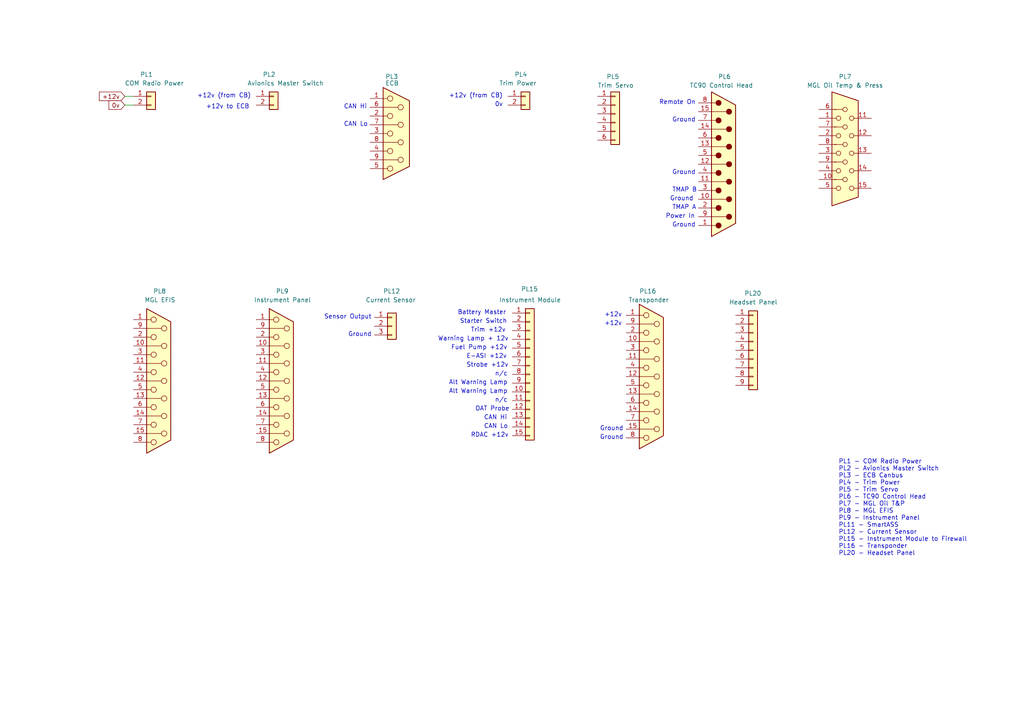
<source format=kicad_sch>
(kicad_sch (version 20211123) (generator eeschema)
  (paper "A4")
  (title_block (title "Connectors - Logical Connections") (date "2022-12-26") (rev "0"))
  (lib_symbols
    (symbol "Connector:DB15_Female" (pin_names (offset 1.016) hide)
      (property "Reference" "J" (at 0.508 21.59 0))
      (property "Value" "DB15_Female" (at 0 -22.225 0))
      (symbol "DB15_Female_0_1"
        (circle (center -1.778 -17.78) (radius 0.762))
        (circle (center -1.778 -12.7) (radius 0.762))
        (circle (center -1.778 -7.62) (radius 0.762))
        (circle (center -1.778 -2.54) (radius 0.762))
        (circle (center -1.778 2.54) (radius 0.762))
        (circle (center -1.778 7.62) (radius 0.762))
        (circle (center -1.778 12.7) (radius 0.762))
        (circle (center -1.778 17.78) (radius 0.762))
        (polyline (pts (xy -3.81 -17.78) (xy -2.54 -17.78)))
        (polyline (pts (xy -3.81 -15.24) (xy 0.508 -15.24)))
        (polyline (pts (xy -3.81 -12.7) (xy -2.54 -12.7)))
        (polyline (pts (xy -3.81 -10.16) (xy 0.508 -10.16)))
        (polyline (pts (xy -3.81 -7.62) (xy -2.54 -7.62)))
        (polyline (pts (xy -3.81 -5.08) (xy 0.508 -5.08)))
        (polyline (pts (xy -3.81 -2.54) (xy -2.54 -2.54)))
        (polyline (pts (xy -3.81 0) (xy 0.508 0)))
        (polyline (pts (xy -3.81 2.54) (xy -2.54 2.54)))
        (polyline (pts (xy -3.81 5.08) (xy 0.508 5.08)))
        (polyline (pts (xy -3.81 7.62) (xy -2.54 7.62)))
        (polyline (pts (xy -3.81 10.16) (xy 0.508 10.16)))
        (polyline (pts (xy -3.81 12.7) (xy -2.54 12.7)))
        (polyline (pts (xy -3.81 15.24) (xy 0.508 15.24)))
        (polyline (pts (xy -3.81 17.78) (xy -2.54 17.78)))
        (polyline (pts (xy -3.81 20.955) (xy 3.175 17.145) (xy 3.175 -17.145) (xy -3.81 -20.955) (xy -3.81 20.955)) (stroke (width 0.254)) (fill (type background)))
        (circle (center 1.27 -15.24) (radius 0.762))
        (circle (center 1.27 -10.16) (radius 0.762))
        (circle (center 1.27 -5.08) (radius 0.762))
        (circle (center 1.27 0) (radius 0.762))
        (circle (center 1.27 5.08) (radius 0.762))
        (circle (center 1.27 10.16) (radius 0.762))
        (circle (center 1.27 15.24) (radius 0.762))
      )
      (symbol "DB15_Female_1_1"
        (pin passive line (at -7.62 17.78 0) (length 3.81) (name "1") (number "1"))
        (pin passive line (at -7.62 10.16 0) (length 3.81) (name "P10") (number "10"))
        (pin passive line (at -7.62 5.08 0) (length 3.81) (name "P111") (number "11"))
        (pin passive line (at -7.62 0 0) (length 3.81) (name "P12") (number "12"))
        (pin passive line (at -7.62 -5.08 0) (length 3.81) (name "P13") (number "13"))
        (pin passive line (at -7.62 -10.16 0) (length 3.81) (name "P14") (number "14"))
        (pin passive line (at -7.62 -15.24 0) (length 3.81) (name "P15") (number "15"))
        (pin passive line (at -7.62 12.7 0) (length 3.81) (name "2") (number "2"))
        (pin passive line (at -7.62 7.62 0) (length 3.81) (name "3") (number "3"))
        (pin passive line (at -7.62 2.54 0) (length 3.81) (name "4") (number "4"))
        (pin passive line (at -7.62 -2.54 0) (length 3.81) (name "5") (number "5"))
        (pin passive line (at -7.62 -7.62 0) (length 3.81) (name "6") (number "6"))
        (pin passive line (at -7.62 -12.7 0) (length 3.81) (name "7") (number "7"))
        (pin passive line (at -7.62 -17.78 0) (length 3.81) (name "8") (number "8"))
        (pin passive line (at -7.62 15.24 0) (length 3.81) (name "P9") (number "9"))
      )
    )
    (symbol "Connector:DB15_Female_HighDensity" (pin_names (offset 1.016) hide)
      (property "Reference" "J" (at 0 21.59 0))
      (property "Value" "DB15_Female_HighDensity" (at 0 19.05 0))
      (symbol "DB15_Female_HighDensity_0_1"
        (circle (center -1.905 -10.16) (radius 0.635))
        (circle (center -1.905 -5.08) (radius 0.635))
        (circle (center -1.905 0) (radius 0.635))
        (circle (center -1.905 5.08) (radius 0.635))
        (circle (center -1.905 10.16) (radius 0.635))
        (circle (center 0 -7.62) (radius 0.635))
        (circle (center 0 -2.54) (radius 0.635))
        (polyline (pts (xy -3.175 7.62) (xy -0.635 7.62)))
        (polyline (pts (xy -0.635 -7.62) (xy -3.175 -7.62)))
        (polyline (pts (xy -0.635 -2.54) (xy -3.175 -2.54)))
        (polyline (pts (xy -0.635 2.54) (xy -3.175 2.54)))
        (polyline (pts (xy -0.635 12.7) (xy -3.175 12.7)))
        (polyline (pts (xy -3.81 17.78) (xy -3.81 -15.24) (xy 3.81 -12.7) (xy 3.81 15.24) (xy -3.81 17.78)) (stroke (width 0.254)) (fill (type background)))
        (circle (center 0 2.54) (radius 0.635))
        (circle (center 0 7.62) (radius 0.635))
        (circle (center 0 12.7) (radius 0.635))
        (circle (center 1.905 -10.16) (radius 0.635))
        (circle (center 1.905 -5.08) (radius 0.635))
        (circle (center 1.905 0) (radius 0.635))
        (circle (center 1.905 5.08) (radius 0.635))
        (circle (center 1.905 10.16) (radius 0.635))
      )
      (symbol "DB15_Female_HighDensity_1_1"
        (pin passive line (at -7.62 10.16 0) (length 5.08) (name "~") (number "1"))
        (pin passive line (at -7.62 -7.62 0) (length 5.08) (name "~") (number "10"))
        (pin passive line (at 7.62 10.16 180) (length 5.08) (name "~") (number "11"))
        (pin passive line (at 7.62 5.08 180) (length 5.08) (name "~") (number "12"))
        (pin passive line (at 7.62 0 180) (length 5.08) (name "~") (number "13"))
        (pin passive line (at 7.62 -5.08 180) (length 5.08) (name "~") (number "14"))
        (pin passive line (at 7.62 -10.16 180) (length 5.08) (name "~") (number "15"))
        (pin passive line (at -7.62 5.08 0) (length 5.08) (name "~") (number "2"))
        (pin passive line (at -7.62 0 0) (length 5.08) (name "~") (number "3"))
        (pin passive line (at -7.62 -5.08 0) (length 5.08) (name "~") (number "4"))
        (pin passive line (at -7.62 -10.16 0) (length 5.08) (name "~") (number "5"))
        (pin passive line (at -7.62 12.7 0) (length 5.08) (name "~") (number "6"))
        (pin passive line (at -7.62 7.62 0) (length 5.08) (name "~") (number "7"))
        (pin passive line (at -7.62 2.54 0) (length 5.08) (name "~") (number "8"))
        (pin passive line (at -7.62 -2.54 0) (length 5.08) (name "~") (number "9"))
      )
    )
    (symbol "Connector:DB15_Male" (pin_names (offset 1.016) hide)
      (property "Reference" "J" (at 0.508 21.59 0))
      (property "Value" "DB15_Male" (at 0 -22.225 0))
      (symbol "DB15_Male_0_1"
        (circle (center -1.778 -17.78) (radius 0.762) (fill (type outline)))
        (circle (center -1.778 -12.7) (radius 0.762) (fill (type outline)))
        (circle (center -1.778 -7.62) (radius 0.762) (fill (type outline)))
        (circle (center -1.778 -2.54) (radius 0.762) (fill (type outline)))
        (circle (center -1.778 2.54) (radius 0.762) (fill (type outline)))
        (circle (center -1.778 7.62) (radius 0.762) (fill (type outline)))
        (circle (center -1.778 12.7) (radius 0.762) (fill (type outline)))
        (circle (center -1.778 17.78) (radius 0.762) (fill (type outline)))
        (polyline (pts (xy -3.81 -17.78) (xy -2.54 -17.78)))
        (polyline (pts (xy -3.81 -15.24) (xy 0.508 -15.24)))
        (polyline (pts (xy -3.81 -12.7) (xy -2.54 -12.7)))
        (polyline (pts (xy -3.81 -10.16) (xy 0.508 -10.16)))
        (polyline (pts (xy -3.81 -7.62) (xy -2.54 -7.62)))
        (polyline (pts (xy -3.81 -5.08) (xy 0.508 -5.08)))
        (polyline (pts (xy -3.81 -2.54) (xy -2.54 -2.54)))
        (polyline (pts (xy -3.81 0) (xy 0.508 0)))
        (polyline (pts (xy -3.81 2.54) (xy -2.54 2.54)))
        (polyline (pts (xy -3.81 5.08) (xy 0.508 5.08)))
        (polyline (pts (xy -3.81 7.62) (xy -2.54 7.62)))
        (polyline (pts (xy -3.81 10.16) (xy 0.508 10.16)))
        (polyline (pts (xy -3.81 12.7) (xy -2.54 12.7)))
        (polyline (pts (xy -3.81 15.24) (xy 0.508 15.24)))
        (polyline (pts (xy -3.81 17.78) (xy -2.54 17.78)))
        (polyline (pts (xy -3.81 -20.955) (xy 3.175 -17.145) (xy 3.175 17.145) (xy -3.81 20.955) (xy -3.81 -20.955)) (stroke (width 0.254)) (fill (type background)))
        (circle (center 1.27 -15.24) (radius 0.762) (fill (type outline)))
        (circle (center 1.27 -10.16) (radius 0.762) (fill (type outline)))
        (circle (center 1.27 -5.08) (radius 0.762) (fill (type outline)))
        (circle (center 1.27 0) (radius 0.762) (fill (type outline)))
        (circle (center 1.27 5.08) (radius 0.762) (fill (type outline)))
        (circle (center 1.27 10.16) (radius 0.762) (fill (type outline)))
        (circle (center 1.27 15.24) (radius 0.762) (fill (type outline)))
      )
      (symbol "DB15_Male_1_1"
        (pin passive line (at -7.62 -17.78 0) (length 3.81) (name "1") (number "1"))
        (pin passive line (at -7.62 -10.16 0) (length 3.81) (name "P10") (number "10"))
        (pin passive line (at -7.62 -5.08 0) (length 3.81) (name "P111") (number "11"))
        (pin passive line (at -7.62 0 0) (length 3.81) (name "P12") (number "12"))
        (pin passive line (at -7.62 5.08 0) (length 3.81) (name "P13") (number "13"))
        (pin passive line (at -7.62 10.16 0) (length 3.81) (name "P14") (number "14"))
        (pin passive line (at -7.62 15.24 0) (length 3.81) (name "P15") (number "15"))
        (pin passive line (at -7.62 -12.7 0) (length 3.81) (name "2") (number "2"))
        (pin passive line (at -7.62 -7.62 0) (length 3.81) (name "3") (number "3"))
        (pin passive line (at -7.62 -2.54 0) (length 3.81) (name "4") (number "4"))
        (pin passive line (at -7.62 2.54 0) (length 3.81) (name "5") (number "5"))
        (pin passive line (at -7.62 7.62 0) (length 3.81) (name "6") (number "6"))
        (pin passive line (at -7.62 12.7 0) (length 3.81) (name "7") (number "7"))
        (pin passive line (at -7.62 17.78 0) (length 3.81) (name "8") (number "8"))
        (pin passive line (at -7.62 -15.24 0) (length 3.81) (name "P9") (number "9"))
      )
    )
    (symbol "Connector:DB9_Female" (pin_names (offset 1.016) hide)
      (property "Reference" "J" (at 0 13.97 0))
      (property "Value" "DB9_Female" (at 0 -14.605 0))
      (symbol "DB9_Female_0_1"
        (circle (center -1.778 -10.16) (radius 0.762))
        (circle (center -1.778 -5.08) (radius 0.762))
        (circle (center -1.778 0) (radius 0.762))
        (circle (center -1.778 5.08) (radius 0.762))
        (circle (center -1.778 10.16) (radius 0.762))
        (polyline (pts (xy -3.81 -10.16) (xy -2.54 -10.16)))
        (polyline (pts (xy -3.81 -7.62) (xy 0.508 -7.62)))
        (polyline (pts (xy -3.81 -5.08) (xy -2.54 -5.08)))
        (polyline (pts (xy -3.81 -2.54) (xy 0.508 -2.54)))
        (polyline (pts (xy -3.81 0) (xy -2.54 0)))
        (polyline (pts (xy -3.81 2.54) (xy 0.508 2.54)))
        (polyline (pts (xy -3.81 5.08) (xy -2.54 5.08)))
        (polyline (pts (xy -3.81 7.62) (xy 0.508 7.62)))
        (polyline (pts (xy -3.81 10.16) (xy -2.54 10.16)))
        (polyline (pts (xy -3.81 13.335) (xy -3.81 -13.335) (xy 3.81 -9.525) (xy 3.81 9.525) (xy -3.81 13.335)) (stroke (width 0.254)) (fill (type background)))
        (circle (center 1.27 -7.62) (radius 0.762))
        (circle (center 1.27 -2.54) (radius 0.762))
        (circle (center 1.27 2.54) (radius 0.762))
        (circle (center 1.27 7.62) (radius 0.762))
      )
      (symbol "DB9_Female_1_1"
        (pin passive line (at -7.62 10.16 0) (length 3.81) (name "1") (number "1"))
        (pin passive line (at -7.62 5.08 0) (length 3.81) (name "2") (number "2"))
        (pin passive line (at -7.62 0 0) (length 3.81) (name "3") (number "3"))
        (pin passive line (at -7.62 -5.08 0) (length 3.81) (name "4") (number "4"))
        (pin passive line (at -7.62 -10.16 0) (length 3.81) (name "5") (number "5"))
        (pin passive line (at -7.62 7.62 0) (length 3.81) (name "6") (number "6"))
        (pin passive line (at -7.62 2.54 0) (length 3.81) (name "7") (number "7"))
        (pin passive line (at -7.62 -2.54 0) (length 3.81) (name "8") (number "8"))
        (pin passive line (at -7.62 -7.62 0) (length 3.81) (name "9") (number "9"))
      )
    )
    (symbol "Connector_Generic:Conn_01x02" (pin_names (offset 1.016) hide)
      (property "Reference" "J" (at 0 2.54 0))
      (property "Value" "Conn_01x02" (at 0 -5.08 0))
      (symbol "Conn_01x02_1_1"
        (rectangle (start -1.27 -2.413) (end 0 -2.667) (stroke (width 0.1524)))
        (rectangle (start -1.27 0.127) (end 0 -0.127) (stroke (width 0.1524)))
        (rectangle (start -1.27 1.27) (end 1.27 -3.81) (stroke (width 0.254)) (fill (type background)))
        (pin passive line (at -5.08 0 0) (length 3.81) (name "Pin_1") (number "1"))
        (pin passive line (at -5.08 -2.54 0) (length 3.81) (name "Pin_2") (number "2"))
      )
    )
    (symbol "Connector_Generic:Conn_01x03" (pin_names (offset 1.016) hide)
      (property "Reference" "J" (at 0 5.08 0))
      (property "Value" "Conn_01x03" (at 0 -5.08 0))
      (symbol "Conn_01x03_1_1"
        (rectangle (start -1.27 -2.413) (end 0 -2.667) (stroke (width 0.1524)))
        (rectangle (start -1.27 0.127) (end 0 -0.127) (stroke (width 0.1524)))
        (rectangle (start -1.27 2.667) (end 0 2.413) (stroke (width 0.1524)))
        (rectangle (start -1.27 3.81) (end 1.27 -3.81) (stroke (width 0.254)) (fill (type background)))
        (pin passive line (at -5.08 2.54 0) (length 3.81) (name "Pin_1") (number "1"))
        (pin passive line (at -5.08 0 0) (length 3.81) (name "Pin_2") (number "2"))
        (pin passive line (at -5.08 -2.54 0) (length 3.81) (name "Pin_3") (number "3"))
      )
    )
    (symbol "Connector_Generic:Conn_01x06" (pin_names (offset 1.016) hide)
      (property "Reference" "J" (at 0 7.62 0))
      (property "Value" "Conn_01x06" (at 0 -10.16 0))
      (symbol "Conn_01x06_1_1"
        (rectangle (start -1.27 -7.493) (end 0 -7.747) (stroke (width 0.1524)))
        (rectangle (start -1.27 -4.953) (end 0 -5.207) (stroke (width 0.1524)))
        (rectangle (start -1.27 -2.413) (end 0 -2.667) (stroke (width 0.1524)))
        (rectangle (start -1.27 0.127) (end 0 -0.127) (stroke (width 0.1524)))
        (rectangle (start -1.27 2.667) (end 0 2.413) (stroke (width 0.1524)))
        (rectangle (start -1.27 5.207) (end 0 4.953) (stroke (width 0.1524)))
        (rectangle (start -1.27 6.35) (end 1.27 -8.89) (stroke (width 0.254)) (fill (type background)))
        (pin passive line (at -5.08 5.08 0) (length 3.81) (name "Pin_1") (number "1"))
        (pin passive line (at -5.08 2.54 0) (length 3.81) (name "Pin_2") (number "2"))
        (pin passive line (at -5.08 0 0) (length 3.81) (name "Pin_3") (number "3"))
        (pin passive line (at -5.08 -2.54 0) (length 3.81) (name "Pin_4") (number "4"))
        (pin passive line (at -5.08 -5.08 0) (length 3.81) (name "Pin_5") (number "5"))
        (pin passive line (at -5.08 -7.62 0) (length 3.81) (name "Pin_6") (number "6"))
      )
    )
    (symbol "Connector_Generic:Conn_01x09" (pin_names (offset 1.016) hide)
      (property "Reference" "J" (at 0 12.7 0))
      (property "Value" "Conn_01x09" (at 0 -12.7 0))
      (symbol "Conn_01x09_1_1"
        (rectangle (start -1.27 -10.033) (end 0 -10.287) (stroke (width 0.1524)))
        (rectangle (start -1.27 -7.493) (end 0 -7.747) (stroke (width 0.1524)))
        (rectangle (start -1.27 -4.953) (end 0 -5.207) (stroke (width 0.1524)))
        (rectangle (start -1.27 -2.413) (end 0 -2.667) (stroke (width 0.1524)))
        (rectangle (start -1.27 0.127) (end 0 -0.127) (stroke (width 0.1524)))
        (rectangle (start -1.27 2.667) (end 0 2.413) (stroke (width 0.1524)))
        (rectangle (start -1.27 5.207) (end 0 4.953) (stroke (width 0.1524)))
        (rectangle (start -1.27 7.747) (end 0 7.493) (stroke (width 0.1524)))
        (rectangle (start -1.27 10.287) (end 0 10.033) (stroke (width 0.1524)))
        (rectangle (start -1.27 11.43) (end 1.27 -11.43) (stroke (width 0.254)) (fill (type background)))
        (pin passive line (at -5.08 10.16 0) (length 3.81) (name "Pin_1") (number "1"))
        (pin passive line (at -5.08 7.62 0) (length 3.81) (name "Pin_2") (number "2"))
        (pin passive line (at -5.08 5.08 0) (length 3.81) (name "Pin_3") (number "3"))
        (pin passive line (at -5.08 2.54 0) (length 3.81) (name "Pin_4") (number "4"))
        (pin passive line (at -5.08 0 0) (length 3.81) (name "Pin_5") (number "5"))
        (pin passive line (at -5.08 -2.54 0) (length 3.81) (name "Pin_6") (number "6"))
        (pin passive line (at -5.08 -5.08 0) (length 3.81) (name "Pin_7") (number "7"))
        (pin passive line (at -5.08 -7.62 0) (length 3.81) (name "Pin_8") (number "8"))
        (pin passive line (at -5.08 -10.16 0) (length 3.81) (name "Pin_9") (number "9"))
      )
    )
    (symbol "Connector_Generic:Conn_01x15" (pin_names (offset 1.016) hide)
      (property "Reference" "J" (at 0 20.32 0))
      (property "Value" "Conn_01x15" (at 0 -20.32 0))
      (symbol "Conn_01x15_1_1"
        (rectangle (start -1.27 -17.653) (end 0 -17.907) (stroke (width 0.1524)))
        (rectangle (start -1.27 -15.113) (end 0 -15.367) (stroke (width 0.1524)))
        (rectangle (start -1.27 -12.573) (end 0 -12.827) (stroke (width 0.1524)))
        (rectangle (start -1.27 -10.033) (end 0 -10.287) (stroke (width 0.1524)))
        (rectangle (start -1.27 -7.493) (end 0 -7.747) (stroke (width 0.1524)))
        (rectangle (start -1.27 -4.953) (end 0 -5.207) (stroke (width 0.1524)))
        (rectangle (start -1.27 -2.413) (end 0 -2.667) (stroke (width 0.1524)))
        (rectangle (start -1.27 0.127) (end 0 -0.127) (stroke (width 0.1524)))
        (rectangle (start -1.27 2.667) (end 0 2.413) (stroke (width 0.1524)))
        (rectangle (start -1.27 5.207) (end 0 4.953) (stroke (width 0.1524)))
        (rectangle (start -1.27 7.747) (end 0 7.493) (stroke (width 0.1524)))
        (rectangle (start -1.27 10.287) (end 0 10.033) (stroke (width 0.1524)))
        (rectangle (start -1.27 12.827) (end 0 12.573) (stroke (width 0.1524)))
        (rectangle (start -1.27 15.367) (end 0 15.113) (stroke (width 0.1524)))
        (rectangle (start -1.27 17.907) (end 0 17.653) (stroke (width 0.1524)))
        (rectangle (start -1.27 19.05) (end 1.27 -19.05) (stroke (width 0.254)) (fill (type background)))
        (pin passive line (at -5.08 17.78 0) (length 3.81) (name "Pin_1") (number "1"))
        (pin passive line (at -5.08 -5.08 0) (length 3.81) (name "Pin_10") (number "10"))
        (pin passive line (at -5.08 -7.62 0) (length 3.81) (name "Pin_11") (number "11"))
        (pin passive line (at -5.08 -10.16 0) (length 3.81) (name "Pin_12") (number "12"))
        (pin passive line (at -5.08 -12.7 0) (length 3.81) (name "Pin_13") (number "13"))
        (pin passive line (at -5.08 -15.24 0) (length 3.81) (name "Pin_14") (number "14"))
        (pin passive line (at -5.08 -17.78 0) (length 3.81) (name "Pin_15") (number "15"))
        (pin passive line (at -5.08 15.24 0) (length 3.81) (name "Pin_2") (number "2"))
        (pin passive line (at -5.08 12.7 0) (length 3.81) (name "Pin_3") (number "3"))
        (pin passive line (at -5.08 10.16 0) (length 3.81) (name "Pin_4") (number "4"))
        (pin passive line (at -5.08 7.62 0) (length 3.81) (name "Pin_5") (number "5"))
        (pin passive line (at -5.08 5.08 0) (length 3.81) (name "Pin_6") (number "6"))
        (pin passive line (at -5.08 2.54 0) (length 3.81) (name "Pin_7") (number "7"))
        (pin passive line (at -5.08 0 0) (length 3.81) (name "Pin_8") (number "8"))
        (pin passive line (at -5.08 -2.54 0) (length 3.81) (name "Pin_9") (number "9"))
      )
    )
  )
  (wire (pts (xy 36.195 27.94) (xy 38.735 27.94)))
  (wire (pts (xy 36.195 30.48) (xy 38.735 30.48)))
  (text "CAN Lo" (at 99.695 36.83 0) (effects (font (size 1.27 1.27)) (justify left bottom)))
  (text "CAN Lo" (at 140.335 124.46 0) (effects (font (size 1.27 1.27)) (justify left bottom)))
  (text "Sensor Output" (at 93.98 92.71 0) (effects (font (size 1.27 1.27)) (justify left bottom)))
  (text "PL1 - COM Radio Power\nPL2 - Avionics Master Switch\nPL3 - ECB Canbus\nPL4 - Trim Power\nPL5 - Trim Servo\nPL6 - TC90 Control Head\nPL7 - MGL Oil T&P\nPL8 - MGL EFIS\nPL9 - Instrument Panel \nPL11 - SmartASS\nPL12 - Current Sensor\nPL15 - Instrument Module to Firewall\nPL16 - Transponder\nPL20 - Headset Panel" (at 243.205 161.29 0) (effects (font (size 1.27 1.27)) (justify left bottom)))
  (text "Ground" (at 100.965 97.79 0) (effects (font (size 1.27 1.27)) (justify left bottom)))
  (text "TMAP A" (at 194.945 60.96 0) (effects (font (size 1.27 1.27)) (justify left bottom)))
  (text "+12v (from CB)" (at 130.175 28.575 0) (effects (font (size 1.27 1.27)) (justify left bottom)))
  (text "Ground" (at 173.99 127.635 0) (effects (font (size 1.27 1.27)) (justify left bottom)))
  (text "Battery Master" (at 132.715 91.44 0) (effects (font (size 1.27 1.27)) (justify left bottom)))
  (text "0v" (at 143.51 31.115 0) (effects (font (size 1.27 1.27)) (justify left bottom)))
  (text "Ground" (at 173.99 125.095 0) (effects (font (size 1.27 1.27)) (justify left bottom)))
  (text "Remote On" (at 191.135 30.48 0) (effects (font (size 1.27 1.27)) (justify left bottom)))
  (text "Fuel Pump +12v" (at 130.81 101.6 0) (effects (font (size 1.27 1.27)) (justify left bottom)))
  (text "E-ASI +12v" (at 135.255 104.14 0) (effects (font (size 1.27 1.27)) (justify left bottom)))
  (text "TMAP B" (at 194.945 55.88 0) (effects (font (size 1.27 1.27)) (justify left bottom)))
  (text "Warning Lamp + 12v" (at 127 99.06 0) (effects (font (size 1.27 1.27)) (justify left bottom)))
  (text "+12v (from CB)" (at 57.15 28.575 0) (effects (font (size 1.27 1.27)) (justify left bottom)))
  (text "+12v" (at 175.26 94.615 0) (effects (font (size 1.27 1.27)) (justify left bottom)))
  (text "Ground" (at 194.945 35.56 0) (effects (font (size 1.27 1.27)) (justify left bottom)))
  (text "Alt Warning Lamp" (at 130.175 114.3 0) (effects (font (size 1.27 1.27)) (justify left bottom)))
  (text "+12v" (at 175.26 92.075 0) (effects (font (size 1.27 1.27)) (justify left bottom)))
  (text "Ground" (at 194.31 58.42 0) (effects (font (size 1.27 1.27)) (justify left bottom)))
  (text "Strobe +12v" (at 135.255 106.68 0) (effects (font (size 1.27 1.27)) (justify left bottom)))
  (text "Alt Warning Lamp" (at 130.175 111.76 0) (effects (font (size 1.27 1.27)) (justify left bottom)))
  (text "Ground" (at 194.945 66.04 0) (effects (font (size 1.27 1.27)) (justify left bottom)))
  (text "Starter Switch" (at 133.35 93.98 0) (effects (font (size 1.27 1.27)) (justify left bottom)))
  (text "CAN Hi" (at 140.335 121.92 0) (effects (font (size 1.27 1.27)) (justify left bottom)))
  (text "n/c" (at 143.51 116.84 0) (effects (font (size 1.27 1.27)) (justify left bottom)))
  (text "+12v to ECB" (at 59.69 31.75 0) (effects (font (size 1.27 1.27)) (justify left bottom)))
  (text "Ground" (at 194.945 50.8 0) (effects (font (size 1.27 1.27)) (justify left bottom)))
  (text "CAN Hi" (at 99.695 31.75 0) (effects (font (size 1.27 1.27)) (justify left bottom)))
  (text "OAT Probe" (at 137.795 119.38 0) (effects (font (size 1.27 1.27)) (justify left bottom)))
  (text "n/c" (at 143.51 109.22 0) (effects (font (size 1.27 1.27)) (justify left bottom)))
  (text "Trim +12v" (at 136.525 96.52 0) (effects (font (size 1.27 1.27)) (justify left bottom)))
  (text "RDAC +12v" (at 136.525 127 0) (effects (font (size 1.27 1.27)) (justify left bottom)))
  (text "Power In" (at 193.04 63.5 0) (effects (font (size 1.27 1.27)) (justify left bottom)))
  (global_label "+12v" (shape input) (at 36.195 27.94 180) (property "Intersheet References" "${INTERSHEET_REFS}" (effects hide)))
  (global_label "0v" (shape input) (at 36.195 30.48 180) (property "Intersheet References" "${INTERSHEET_REFS}" (effects hide)))
  (symbol (lib_id "Connector:DB15_Female") (at 81.915 110.49 0) (unit 1)
    (property "Reference" "PL9" (at 80.01 84.455 0) (effects (justify left)))
    (property "Value" "Instrument Panel" (at 73.66 86.995 0) (effects (justify left)))
    (property "Datasheet" " ~" (effects hide))
  )
  (symbol (lib_id "Connector:DB15_Female") (at 189.23 109.22 0) (unit 1)
    (property "Reference" "PL16" (at 185.42 84.455 0) (effects (justify left)))
    (property "Value" "Transponder" (at 182.245 86.995 0) (effects (justify left)))
    (property "Datasheet" " ~" (effects hide))
  )
  (symbol (lib_id "Connector_Generic:Conn_01x02") (at 152.4 27.94 0) (unit 1)
    (property "Reference" "PL4" (at 149.225 21.59 0) (effects (justify left)))
    (property "Value" "Trim Power" (at 144.78 24.13 0) (effects (justify left)))
  )
  (symbol (lib_id "Connector_Generic:Conn_01x02") (at 79.375 27.94 0) (unit 1)
    (property "Reference" "PL2" (at 76.2 21.59 0) (effects (justify left)))
    (property "Value" "Avionics Master Switch" (at 71.755 24.13 0) (effects (justify left)))
  )
  (symbol (lib_id "Connector:DB15_Female_HighDensity") (at 245.11 44.45 0) (unit 1)
    (property "Reference" "PL7" (at 245.11 22.225 0))
    (property "Value" "MGL Oil Temp & Press" (at 245.11 24.765 0))
    (property "Datasheet" " ~" (effects hide))
  )
  (symbol (lib_id "Connector:DB15_Male") (at 210.185 47.625 0) (unit 1)
    (property "Reference" "PL6" (at 208.28 22.225 0) (effects (justify left)))
    (property "Value" "TC90 Control Head" (at 200.025 24.765 0) (effects (justify left)))
    (property "Datasheet" " ~" (effects hide))
  )
  (symbol (lib_id "Connector_Generic:Conn_01x09") (at 218.44 101.6 0) (unit 1)
    (property "Reference" "PL20" (at 215.9 85.09 0) (effects (justify left)))
    (property "Value" "Headset Panel" (at 211.455 87.63 0) (effects (justify left)))
  )
  (symbol (lib_id "Connector_Generic:Conn_01x03") (at 113.665 94.615 0) (unit 1)
    (property "Reference" "PL12" (at 111.125 84.455 0) (effects (justify left)))
    (property "Value" "Current Sensor" (at 106.045 86.995 0) (effects (justify left)))
  )
  (symbol (lib_id "Connector_Generic:Conn_01x06") (at 178.435 33.02 0) (unit 1)
    (property "Reference" "PL5" (at 175.895 22.225 0) (effects (justify left)))
    (property "Value" "Trim Servo" (at 173.355 24.765 0) (effects (justify left)))
  )
  (symbol (lib_id "Connector_Generic:Conn_01x02") (at 43.815 27.94 0) (unit 1)
    (property "Reference" "PL1" (at 40.64 21.59 0) (effects (justify left)))
    (property "Value" "COM Radio Power" (at 36.195 24.13 0) (effects (justify left)))
  )
  (symbol (lib_id "Connector_Generic:Conn_01x15") (at 153.67 108.585 0) (unit 1)
    (property "Reference" "PL15" (at 151.13 83.82 0) (effects (justify left)))
    (property "Value" "Instrument Module" (at 144.78 86.995 0) (effects (justify left)))
  )
  (symbol (lib_id "Connector:DB9_Female") (at 114.935 38.735 0) (unit 1)
    (property "Reference" "PL3" (at 111.76 22.225 0) (effects (justify left)))
    (property "Value" "ECB" (at 111.76 24.13 0) (effects (justify left)))
    (property "Datasheet" " ~" (effects hide))
  )
  (symbol (lib_id "Connector:DB15_Female") (at 46.355 110.49 0) (unit 1)
    (property "Reference" "PL8" (at 44.45 84.455 0) (effects (justify left)))
    (property "Value" "MGL EFIS" (at 41.91 86.995 0) (effects (justify left)))
    (property "Datasheet" " ~" (effects hide))
  )
)
</source>
